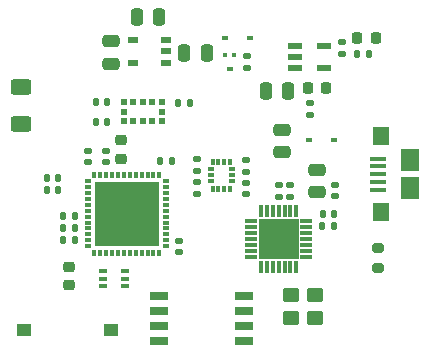
<source format=gbr>
%TF.GenerationSoftware,KiCad,Pcbnew,(6.0.0)*%
%TF.CreationDate,2022-03-24T17:20:39+00:00*%
%TF.ProjectId,Tracer,54726163-6572-42e6-9b69-6361645f7063,B*%
%TF.SameCoordinates,Original*%
%TF.FileFunction,Paste,Top*%
%TF.FilePolarity,Positive*%
%FSLAX46Y46*%
G04 Gerber Fmt 4.6, Leading zero omitted, Abs format (unit mm)*
G04 Created by KiCad (PCBNEW (6.0.0)) date 2022-03-24 17:20:39*
%MOMM*%
%LPD*%
G01*
G04 APERTURE LIST*
G04 Aperture macros list*
%AMRoundRect*
0 Rectangle with rounded corners*
0 $1 Rounding radius*
0 $2 $3 $4 $5 $6 $7 $8 $9 X,Y pos of 4 corners*
0 Add a 4 corners polygon primitive as box body*
4,1,4,$2,$3,$4,$5,$6,$7,$8,$9,$2,$3,0*
0 Add four circle primitives for the rounded corners*
1,1,$1+$1,$2,$3*
1,1,$1+$1,$4,$5*
1,1,$1+$1,$6,$7*
1,1,$1+$1,$8,$9*
0 Add four rect primitives between the rounded corners*
20,1,$1+$1,$2,$3,$4,$5,0*
20,1,$1+$1,$4,$5,$6,$7,0*
20,1,$1+$1,$6,$7,$8,$9,0*
20,1,$1+$1,$8,$9,$2,$3,0*%
G04 Aperture macros list end*
%ADD10RoundRect,0.140000X-0.140000X-0.170000X0.140000X-0.170000X0.140000X0.170000X-0.140000X0.170000X0*%
%ADD11RoundRect,0.135000X0.135000X0.185000X-0.135000X0.185000X-0.135000X-0.185000X0.135000X-0.185000X0*%
%ADD12RoundRect,0.140000X0.170000X-0.140000X0.170000X0.140000X-0.170000X0.140000X-0.170000X-0.140000X0*%
%ADD13RoundRect,0.250000X0.475000X-0.250000X0.475000X0.250000X-0.475000X0.250000X-0.475000X-0.250000X0*%
%ADD14RoundRect,0.250000X-0.450000X0.350000X-0.450000X-0.350000X0.450000X-0.350000X0.450000X0.350000X0*%
%ADD15RoundRect,0.250000X0.250000X0.475000X-0.250000X0.475000X-0.250000X-0.475000X0.250000X-0.475000X0*%
%ADD16R,0.600000X0.450000*%
%ADD17R,0.400000X0.450000*%
%ADD18R,0.500000X0.450000*%
%ADD19RoundRect,0.135000X-0.135000X-0.185000X0.135000X-0.185000X0.135000X0.185000X-0.135000X0.185000X0*%
%ADD20RoundRect,0.250000X-0.250000X-0.475000X0.250000X-0.475000X0.250000X0.475000X-0.250000X0.475000X0*%
%ADD21RoundRect,0.225000X0.250000X-0.225000X0.250000X0.225000X-0.250000X0.225000X-0.250000X-0.225000X0*%
%ADD22R,0.500000X0.500000*%
%ADD23RoundRect,0.135000X-0.185000X0.135000X-0.185000X-0.135000X0.185000X-0.135000X0.185000X0.135000X0*%
%ADD24R,0.350000X0.575000*%
%ADD25R,0.575000X0.350000*%
%ADD26R,1.350000X0.400000*%
%ADD27R,1.400000X1.600000*%
%ADD28R,1.600000X1.900000*%
%ADD29R,1.200000X0.600000*%
%ADD30RoundRect,0.140000X0.140000X0.170000X-0.140000X0.170000X-0.140000X-0.170000X0.140000X-0.170000X0*%
%ADD31RoundRect,0.218750X-0.218750X-0.256250X0.218750X-0.256250X0.218750X0.256250X-0.218750X0.256250X0*%
%ADD32RoundRect,0.135000X0.185000X-0.135000X0.185000X0.135000X-0.185000X0.135000X-0.185000X-0.135000X0*%
%ADD33RoundRect,0.140000X-0.170000X0.140000X-0.170000X-0.140000X0.170000X-0.140000X0.170000X0.140000X0*%
%ADD34R,1.200000X1.000000*%
%ADD35R,1.000000X0.300000*%
%ADD36R,0.300000X1.000000*%
%ADD37R,3.350000X3.350000*%
%ADD38RoundRect,0.250000X-0.625000X0.400000X-0.625000X-0.400000X0.625000X-0.400000X0.625000X0.400000X0*%
%ADD39R,0.650000X0.400000*%
%ADD40R,0.550000X0.350000*%
%ADD41R,0.350000X0.550000*%
%ADD42R,5.500000X5.500000*%
%ADD43RoundRect,0.225000X-0.250000X0.225000X-0.250000X-0.225000X0.250000X-0.225000X0.250000X0.225000X0*%
%ADD44RoundRect,0.200000X-0.275000X0.200000X-0.275000X-0.200000X0.275000X-0.200000X0.275000X0.200000X0*%
%ADD45R,0.900000X0.600000*%
%ADD46R,1.650000X0.650000*%
G04 APERTURE END LIST*
D10*
%TO.C,C15*%
X142320000Y-95100000D03*
X143280000Y-95100000D03*
%TD*%
D11*
%TO.C,R10*%
X135110000Y-99750000D03*
X134090000Y-99750000D03*
%TD*%
D12*
%TO.C,C1*%
X149600000Y-97900000D03*
X149600000Y-96940000D03*
%TD*%
D13*
%TO.C,C16*%
X138195000Y-86850000D03*
X138195000Y-84950000D03*
%TD*%
D14*
%TO.C,R15*%
X153400000Y-106400000D03*
X153400000Y-108400000D03*
%TD*%
D15*
%TO.C,C5*%
X153155000Y-89200000D03*
X151255000Y-89200000D03*
%TD*%
D16*
%TO.C,D1*%
X154900000Y-93300000D03*
X157000000Y-93300000D03*
%TD*%
D17*
%TO.C,Q2*%
X148600000Y-86125000D03*
X147800000Y-86125000D03*
D18*
X148200000Y-87275000D03*
%TD*%
D19*
%TO.C,R7*%
X134090000Y-100750000D03*
X135110000Y-100750000D03*
%TD*%
D13*
%TO.C,C3*%
X152650000Y-94350000D03*
X152650000Y-92450000D03*
%TD*%
D20*
%TO.C,C6*%
X140345000Y-82900000D03*
X142245000Y-82900000D03*
%TD*%
D21*
%TO.C,C14*%
X139000000Y-94875000D03*
X139000000Y-93325000D03*
%TD*%
D22*
%TO.C,IC4*%
X139250000Y-90131885D03*
X140050000Y-90131885D03*
X140850000Y-90131885D03*
X141650000Y-90131885D03*
X142450000Y-90131885D03*
X142450000Y-90931885D03*
X142450000Y-91731885D03*
X141650000Y-91731885D03*
X140850000Y-91731885D03*
X140050000Y-91731885D03*
X139250000Y-91731885D03*
X139250000Y-90931885D03*
%TD*%
D23*
%TO.C,R12*%
X153350000Y-97090000D03*
X153350000Y-98110000D03*
%TD*%
D24*
%TO.C,IC1*%
X146750000Y-97463000D03*
X147250000Y-97463000D03*
X147750000Y-97463000D03*
X148250000Y-97463000D03*
D25*
X148412000Y-96800000D03*
X148412000Y-96300000D03*
X148412000Y-95800000D03*
D24*
X148250000Y-95137000D03*
X147750000Y-95137000D03*
X147250000Y-95137000D03*
X146750000Y-95137000D03*
D25*
X146588000Y-95800000D03*
X146588000Y-96300000D03*
X146588000Y-96800000D03*
%TD*%
D26*
%TO.C,J1*%
X160800000Y-97500000D03*
X160800000Y-96850000D03*
X160800000Y-96200000D03*
X160800000Y-95550000D03*
X160800000Y-94900000D03*
D27*
X161025000Y-99400000D03*
D28*
X163475000Y-97400000D03*
X163475000Y-95000000D03*
D27*
X161025000Y-93000000D03*
%TD*%
D29*
%TO.C,IC5*%
X153705000Y-85350000D03*
X153705000Y-86300000D03*
X153705000Y-87250000D03*
X156205000Y-87250000D03*
X156205000Y-85350000D03*
%TD*%
D19*
%TO.C,R16*%
X143840000Y-90150000D03*
X144860000Y-90150000D03*
%TD*%
D11*
%TO.C,R2*%
X160010000Y-86000000D03*
X158990000Y-86000000D03*
%TD*%
D12*
%TO.C,C10*%
X137700000Y-95180000D03*
X137700000Y-94220000D03*
%TD*%
D13*
%TO.C,C18*%
X155600000Y-97750000D03*
X155600000Y-95850000D03*
%TD*%
D12*
%TO.C,C13*%
X136200000Y-95180000D03*
X136200000Y-94220000D03*
%TD*%
D30*
%TO.C,C20*%
X137830000Y-91750000D03*
X136870000Y-91750000D03*
%TD*%
D31*
%TO.C,D2*%
X159012500Y-84700000D03*
X160587500Y-84700000D03*
%TD*%
D23*
%TO.C,R4*%
X145400000Y-94890000D03*
X145400000Y-95910000D03*
%TD*%
%TO.C,R6*%
X157700000Y-84980000D03*
X157700000Y-86000000D03*
%TD*%
D32*
%TO.C,R3*%
X155000000Y-91210000D03*
X155000000Y-90190000D03*
%TD*%
D33*
%TO.C,C2*%
X149600000Y-95020000D03*
X149600000Y-95980000D03*
%TD*%
D11*
%TO.C,R11*%
X157060000Y-100600000D03*
X156040000Y-100600000D03*
%TD*%
D34*
%TO.C,S1*%
X138150000Y-109400000D03*
X130750000Y-109400000D03*
%TD*%
D31*
%TO.C,D4*%
X154812500Y-88900000D03*
X156387500Y-88900000D03*
%TD*%
D16*
%TO.C,D3*%
X147850000Y-84700000D03*
X149950000Y-84700000D03*
%TD*%
D32*
%TO.C,R1*%
X149700000Y-87210000D03*
X149700000Y-86190000D03*
%TD*%
D30*
%TO.C,C19*%
X137830000Y-90050000D03*
X136870000Y-90050000D03*
%TD*%
D35*
%TO.C,IC8*%
X154700000Y-103200000D03*
X154700000Y-102700000D03*
X154700000Y-102200000D03*
X154700000Y-101700000D03*
X154700000Y-101200000D03*
X154700000Y-100700000D03*
X154700000Y-100200000D03*
D36*
X153850000Y-99350000D03*
X153350000Y-99350000D03*
X152850000Y-99350000D03*
X152350000Y-99350000D03*
X151850000Y-99350000D03*
X151350000Y-99350000D03*
X150850000Y-99350000D03*
D35*
X150000000Y-100200000D03*
X150000000Y-100700000D03*
X150000000Y-101200000D03*
X150000000Y-101700000D03*
X150000000Y-102200000D03*
X150000000Y-102700000D03*
X150000000Y-103200000D03*
D36*
X150850000Y-104050000D03*
X151350000Y-104050000D03*
X151850000Y-104050000D03*
X152350000Y-104050000D03*
X152850000Y-104050000D03*
X153350000Y-104050000D03*
X153850000Y-104050000D03*
D37*
X152350000Y-101700000D03*
%TD*%
D30*
%TO.C,C12*%
X133680000Y-96500000D03*
X132720000Y-96500000D03*
%TD*%
D38*
%TO.C,AE1*%
X130500000Y-88850000D03*
X130500000Y-91950000D03*
%TD*%
D11*
%TO.C,R9*%
X135110000Y-101800000D03*
X134090000Y-101800000D03*
%TD*%
D39*
%TO.C,Q1*%
X139350000Y-105700000D03*
X139350000Y-105050000D03*
X139350000Y-104400000D03*
X137450000Y-104400000D03*
X137450000Y-105050000D03*
X137450000Y-105700000D03*
%TD*%
D40*
%TO.C,IC3*%
X136200000Y-96800000D03*
X136200000Y-97300000D03*
X136200000Y-97800000D03*
X136200000Y-98300000D03*
X136200000Y-98800000D03*
X136200000Y-99300000D03*
X136200000Y-99800000D03*
X136200000Y-100300000D03*
X136200000Y-100800000D03*
X136200000Y-101300000D03*
X136200000Y-101800000D03*
X136200000Y-102300000D03*
D41*
X136750000Y-102850000D03*
X137250000Y-102850000D03*
X137750000Y-102850000D03*
X138250000Y-102850000D03*
X138750000Y-102850000D03*
X139250000Y-102850000D03*
X139750000Y-102850000D03*
X140250000Y-102850000D03*
X140750000Y-102850000D03*
X141250000Y-102850000D03*
X141750000Y-102850000D03*
X142250000Y-102850000D03*
D40*
X142800000Y-102300000D03*
X142800000Y-101800000D03*
X142800000Y-101300000D03*
X142800000Y-100800000D03*
X142800000Y-100300000D03*
X142800000Y-99800000D03*
X142800000Y-99300000D03*
X142800000Y-98800000D03*
X142800000Y-98300000D03*
X142800000Y-97800000D03*
X142800000Y-97300000D03*
X142800000Y-96800000D03*
D41*
X142250000Y-96250000D03*
X141750000Y-96250000D03*
X141250000Y-96250000D03*
X140750000Y-96250000D03*
X140250000Y-96250000D03*
X139750000Y-96250000D03*
X139250000Y-96250000D03*
X138750000Y-96250000D03*
X138250000Y-96250000D03*
X137750000Y-96250000D03*
X137250000Y-96250000D03*
X136750000Y-96250000D03*
D42*
X139494000Y-99537000D03*
%TD*%
D10*
%TO.C,C17*%
X156070000Y-99550000D03*
X157030000Y-99550000D03*
%TD*%
D43*
%TO.C,C7*%
X134600000Y-104025000D03*
X134600000Y-105575000D03*
%TD*%
D32*
%TO.C,R5*%
X145400000Y-97920000D03*
X145400000Y-96900000D03*
%TD*%
D12*
%TO.C,C8*%
X157100000Y-98060000D03*
X157100000Y-97100000D03*
%TD*%
D15*
%TO.C,C4*%
X146245000Y-85900000D03*
X144345000Y-85900000D03*
%TD*%
D44*
%TO.C,R8*%
X160800000Y-102475000D03*
X160800000Y-104125000D03*
%TD*%
D45*
%TO.C,IC6*%
X142795000Y-86750000D03*
X142795000Y-85800000D03*
X142795000Y-84850000D03*
X139995000Y-84850000D03*
X139995000Y-86750000D03*
%TD*%
D32*
%TO.C,R13*%
X152350000Y-98120000D03*
X152350000Y-97100000D03*
%TD*%
D46*
%TO.C,IC2*%
X142200000Y-106495000D03*
X142200000Y-107765000D03*
X142200000Y-109035000D03*
X142200000Y-110305000D03*
X149400000Y-110305000D03*
X149400000Y-109035000D03*
X149400000Y-107765000D03*
X149400000Y-106495000D03*
%TD*%
D33*
%TO.C,C11*%
X143900000Y-101870000D03*
X143900000Y-102830000D03*
%TD*%
D30*
%TO.C,C9*%
X133680000Y-97500000D03*
X132720000Y-97500000D03*
%TD*%
D14*
%TO.C,R14*%
X155400000Y-106400000D03*
X155400000Y-108400000D03*
%TD*%
M02*

</source>
